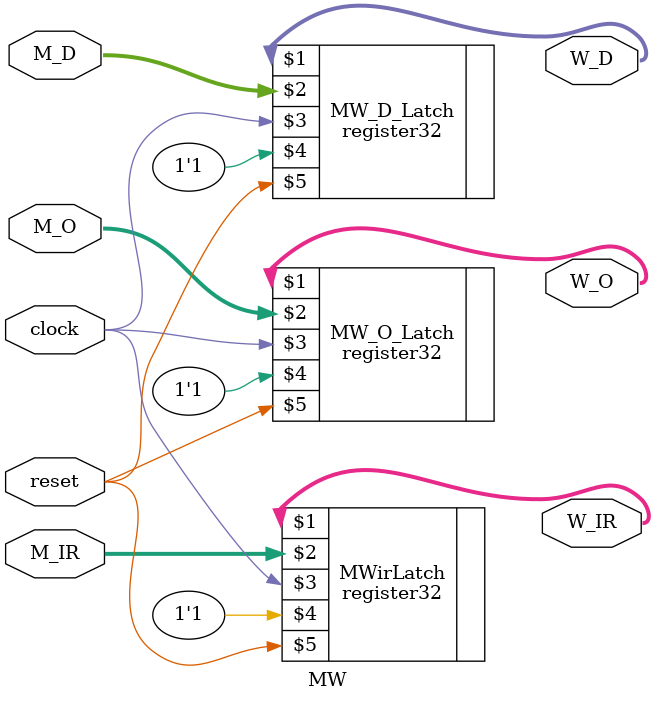
<source format=v>
module MW(W_O, W_D, W_IR, M_O, M_D, M_IR, clock, reset);
    input clock, reset;
    input [31:0] M_O, M_D, M_IR;
    output [31:0] W_O, W_D, W_IR;

    register32 MW_O_Latch(W_O, M_O, clock, 1'b1, reset);
    register32 MW_D_Latch(W_D, M_D, clock, 1'b1, reset);
    register32 MWirLatch(W_IR, M_IR, clock, 1'b1, reset);

endmodule
</source>
